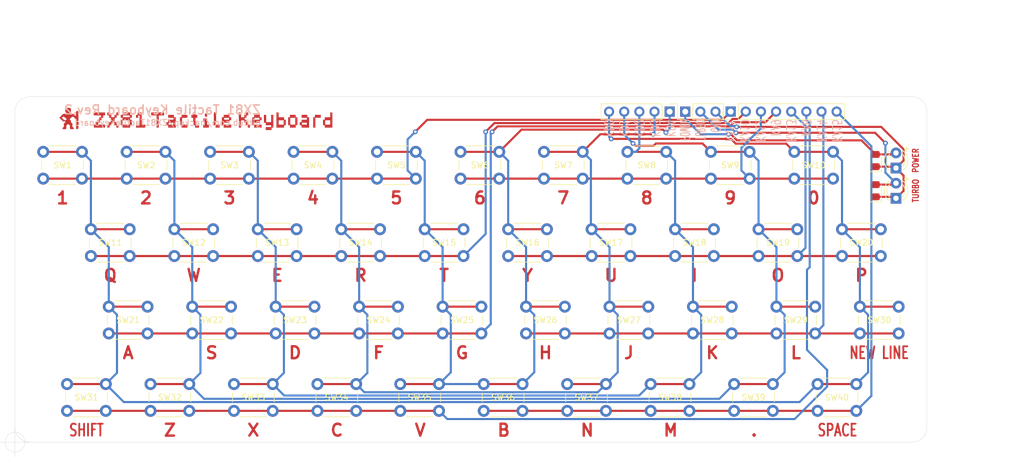
<source format=kicad_pcb>
(kicad_pcb (version 20221018) (generator pcbnew)
  (title_block (title "ZX81 Tactile Keyboard") (rev "2") (company "hackup.net") (comment 1 "Creative Commons Attribution-NonCommercial-ShareAlike 4.0 International License.") (comment 2 "This work is licensed under a"))
  (layers (0 "F.Cu" signal) (31 "B.Cu" signal) (34 "B.Paste" user) (35 "F.Paste" user) (36 "B.SilkS" user "B.Silkscreen") (37 "F.SilkS" user "F.Silkscreen") (38 "B.Mask" user) (39 "F.Mask" user) (44 "Edge.Cuts" user))
  (net 0 "")
  (net 1 "KD0")
  (net 2 "KA11")
  (net 3 "KD1")
  (net 4 "KD3")
  (net 5 "KD4")
  (net 6 "KA12")
  (net 7 "KA10")
  (net 8 "KA13")
  (net 9 "KA9")
  (net 10 "KA14")
  (net 11 "KA8")
  (net 12 "KA15")
  (net 13 "Net-(D1-Pad2)")
  (net 14 "Net-(D1-Pad1)")
  (net 15 "Net-(D2-Pad2)")
  (net 16 "KD2")
  (footprint "Button_Switch_THT:SW_PUSH_6mm_H4.3mm" (layer "F.Cu") (at 67 75)
    (fp_text reference "SW1")
    (fp_text value "1")
  )
  (footprint "Button_Switch_THT:SW_PUSH_6mm_H4.3mm" (layer "F.Cu") (at 95 75)
    (fp_text reference "SW3")
    (fp_text value "3")
  )
  (footprint "Button_Switch_THT:SW_PUSH_6mm_H4.3mm" (layer "F.Cu") (at 109 75)
    (fp_text reference "SW4")
    (fp_text value "4")
  )
  (footprint "Button_Switch_THT:SW_PUSH_6mm_H4.3mm" (layer "F.Cu") (at 137 75)
    (fp_text reference "SW6")
    (fp_text value "6")
  )
  (footprint "Button_Switch_THT:SW_PUSH_6mm_H4.3mm" (layer "F.Cu") (at 151 75)
    (fp_text reference "SW7")
    (fp_text value "7")
  )
  (footprint "Button_Switch_THT:SW_PUSH_6mm_H4.3mm" (layer "F.Cu") (at 165 75)
    (fp_text reference "SW8")
    (fp_text value "8")
  )
  (footprint "Button_Switch_THT:SW_PUSH_6mm_H4.3mm" (layer "F.Cu") (at 179 75)
    (fp_text reference "SW9")
    (fp_text value "9")
  )
  (footprint "Button_Switch_THT:SW_PUSH_6mm_H4.3mm" (layer "F.Cu") (at 193 75)
    (fp_text reference "SW10")
    (fp_text value "0")
  )
  (footprint "Button_Switch_THT:SW_PUSH_6mm_H4.3mm" (layer "F.Cu") (at 75 88)
    (fp_text reference "SW11")
    (fp_text value "Q")
  )
  (footprint "Button_Switch_THT:SW_PUSH_6mm_H4.3mm" (layer "F.Cu") (at 89 88)
    (fp_text reference "SW12")
    (fp_text value "W")
  )
  (footprint "Button_Switch_THT:SW_PUSH_6mm_H4.3mm" (layer "F.Cu") (at 103 88)
    (fp_text reference "SW13")
    (fp_text value "E")
  )
  (footprint "Button_Switch_THT:SW_PUSH_6mm_H4.3mm" (layer "F.Cu") (at 117 88)
    (fp_text reference "SW14")
    (fp_text value "R")
  )
  (footprint "Button_Switch_THT:SW_PUSH_6mm_H4.3mm" (layer "F.Cu") (at 131 88)
    (fp_text reference "SW15")
    (fp_text value "T")
  )
  (footprint "Button_Switch_THT:SW_PUSH_6mm_H4.3mm" (layer "F.Cu") (at 145 88)
    (fp_text reference "SW16")
    (fp_text value "Y")
  )
  (footprint "Button_Switch_THT:SW_PUSH_6mm_H4.3mm" (layer "F.Cu") (at 159 88)
    (fp_text reference "SW17")
    (fp_text value "U")
  )
  (footprint "Button_Switch_THT:SW_PUSH_6mm_H4.3mm" (layer "F.Cu") (at 173 88)
    (fp_text reference "SW18")
    (fp_text value "I")
  )
  (footprint "Button_Switch_THT:SW_PUSH_6mm_H4.3mm" (layer "F.Cu") (at 187 88)
    (fp_text reference "SW19")
    (fp_text value "O")
  )
  (footprint "Button_Switch_THT:SW_PUSH_6mm_H4.3mm" (layer "F.Cu") (at 201 88)
    (fp_text reference "SW20")
    (fp_text value "P")
  )
  (footprint "Button_Switch_THT:SW_PUSH_6mm_H4.3mm" (layer "F.Cu") (at 78 101)
    (fp_text reference "SW21")
    (fp_text value "A")
  )
  (footprint "Button_Switch_THT:SW_PUSH_6mm_H4.3mm" (layer "F.Cu") (at 92 101)
    (fp_text reference "SW22")
    (fp_text value "S")
  )
  (footprint "Button_Switch_THT:SW_PUSH_6mm_H4.3mm" (layer "F.Cu") (at 106 101)
    (fp_text reference "SW23")
    (fp_text value "D")
  )
  (footprint "Button_Switch_THT:SW_PUSH_6mm_H4.3mm" (layer "F.Cu") (at 120 101)
    (fp_text reference "SW24")
    (fp_text value "F")
  )
  (footprint "Button_Switch_THT:SW_PUSH_6mm_H4.3mm" (layer "F.Cu") (at 134 101)
    (fp_text reference "SW25")
    (fp_text value "G")
  )
  (footprint "Button_Switch_THT:SW_PUSH_6mm_H4.3mm" (layer "F.Cu") (at 148 101)
    (fp_text reference "SW26")
    (fp_text value "H")
  )
  (footprint "Button_Switch_THT:SW_PUSH_6mm_H4.3mm" (layer "F.Cu") (at 162 101)
    (fp_text reference "SW27")
    (fp_text value "J")
  )
  (footprint "Button_Switch_THT:SW_PUSH_6mm_H4.3mm" (layer "F.Cu") (at 190 101)
    (fp_text reference "SW29")
    (fp_text value "L")
  )
  (footprint "Button_Switch_THT:SW_PUSH_6mm_H4.3mm" (layer "F.Cu") (at 204 101)
    (fp_text reference "SW30")
    (fp_text value "NEW_LINE")
  )
  (footprint "Button_Switch_THT:SW_PUSH_6mm_H4.3mm" (layer "F.Cu") (at 71 114)
    (fp_text reference "SW31")
    (fp_text value "SHIFT")
  )
  (footprint "Button_Switch_THT:SW_PUSH_6mm_H4.3mm" (layer "F.Cu") (at 85 114)
    (fp_text reference "SW32")
    (fp_text value "Z")
  )
  (footprint "Button_Switch_THT:SW_PUSH_6mm_H4.3mm" (layer "F.Cu") (at 99 114)
    (fp_text reference "SW33")
    (fp_text value "X")
  )
  (footprint "Button_Switch_THT:SW_PUSH_6mm_H4.3mm" (layer "F.Cu") (at 113 114)
    (fp_text reference "SW34")
    (fp_text value "C")
  )
  (footprint "Button_Switch_THT:SW_PUSH_6mm_H4.3mm" (layer "F.Cu") (at 126.9 114)
    (fp_text reference "SW35")
    (fp_text value "V")
  )
  (footprint "Button_Switch_THT:SW_PUSH_6mm_H4.3mm" (layer "F.Cu") (at 140.9 114)
    (fp_text reference "SW36")
    (fp_text value "B")
  )
  (footprint "Button_Switch_THT:SW_PUSH_6mm_H4.3mm" (layer "F.Cu") (at 154.9 114)
    (fp_text reference "SW37")
    (fp_text value "N")
  )
  (footprint "Button_Switch_THT:SW_PUSH_6mm_H4.3mm" (layer "F.Cu") (at 168.9 114)
    (fp_text reference "SW38")
    (fp_text value "M")
  )
  (footprint "Button_Switch_THT:SW_PUSH_6mm_H4.3mm" (layer "F.Cu") (at 182.9 114)
    (fp_text reference "SW39")
    (fp_text value ".")
  )
  (footprint "Button_Switch_THT:SW_PUSH_6mm_H4.3mm" (layer "F.Cu") (at 196.9 114)
    (fp_text reference "SW40")
    (fp_text value "SPACE")
  )
  (footprint "Button_Switch_THT:SW_PUSH_6mm_H4.3mm" (layer "F.Cu") (at 81 75)
    (fp_text reference "SW2")
    (fp_text value "2")
  )
  (footprint "Button_Switch_THT:SW_PUSH_6mm_H4.3mm" (layer "F.Cu") (at 123 75)
    (fp_text reference "SW5")
    (fp_text value "5")
  )
  (footprint "Button_Switch_THT:SW_PUSH_6mm_H4.3mm" (layer "F.Cu") (at 176 101)
    (fp_text reference "SW28")
    (fp_text value "K")
  )
  (footprint "MountingHole:MountingHole_3.2mm_M3" (layer "F.Cu") (at 212 120.5)
    (fp_text reference "H2" hide)
    (fp_text value "MountingHole")
  )
  (footprint "MountingHole:MountingHole_3.2mm_M3" (layer "F.Cu") (at 212 69)
    (fp_text reference "H4" hide)
    (fp_text value "MountingHole")
  )
  (footprint "LED_THT:LED_D3.0mm" (layer "F.Cu") (at 210.058 82.804 90)
    (fp_text reference "D2" hide)
    (fp_text value "TURBO")
  )
  (footprint "Connector_PinHeader_2.54mm:PinHeader_1x05_P2.54mm_Vertical" (layer "F.Cu") (at 172.085 68.25 -90)
    (fp_text reference "J2" hide)
    (fp_text value "Conn_01x05")
  )
  (footprint "Connector_PinHeader_2.54mm:PinHeader_1x03_P2.54mm_Vertical" (layer "F.Cu") (at 174.7 68.25 90)
    (fp_text reference "J3" hide)
    (fp_text value "Conn_01x03")
  )
  (footprint "Connector_PinHeader_2.54mm:PinHeader_1x08_P2.54mm_Vertical" (layer "F.Cu") (at 182.32 68.24 90)
    (fp_text reference "J4" hide)
    (fp_text value "Conn_01x08")
  )
  (footprint "LED_SMD:LED_0805_2012Metric_Pad1.15x1.40mm_HandSolder" (layer "F.Cu") (at 206.629 76.463 90)
    (fp_text reference "D3" hide)
    (fp_text value "POWER2")
  )
  (footprint "LED_SMD:LED_0805_2012Metric_Pad1.15x1.40mm_HandSolder" (layer "F.Cu") (at 206.629 81.534 90)
    (fp_text reference "D4" hide)
    (fp_text value "TURBO2")
  )
  (footprint "LED_THT:LED_D3.0mm" (layer "F.Cu") (at 210.058 77.724 90)
    (fp_text reference "D1" hide)
    (fp_text value "POWER")
  )
  (footprint "Logo:bigby2-cu" (layer "F.Cu") (at 71.374 69.342)
    (fp_text reference "G***" hide)
    (fp_text value "LOGO" hide)
  )
  (footprint "zx81keyboard:title" (layer "F.Cu") (at 95.504 69.85)
    (fp_text reference "G***" hide)
    (fp_text value "LOGO" hide)
  )
  (footprint "MountingHole:MountingHole_3.2mm_M3" (layer "F.Cu") (at 65.5 120.5)
    (fp_text reference "H1" hide)
    (fp_text value "MountingHole")
  )
  (footprint "MountingHole:MountingHole_3.2mm_M3" (layer "F.Cu") (at 65.5 69)
    (fp_text reference "H3" hide)
    (fp_text value "MountingHole")
  )
  (gr_arc (start 215.25 121.25) (mid 214.517767 123.017767) (end 212.75 123.75) (stroke (width 0.05)) (layer "Edge.Cuts"))
  (gr_line (start 64.75 65.75) (end 212.75 65.75) (stroke (width 0.05)) (layer "Edge.Cuts"))
  (gr_line (start 215.25 121.25) (end 215.25 68.25) (stroke (width 0.05)) (layer "Edge.Cuts"))
  (gr_arc (start 64.75 123.75) (mid 62.982233 123.017767) (end 62.25 121.25) (stroke (width 0.05)) (layer "Edge.Cuts"))
  (gr_line (start 64.75 123.75) (end 212.75 123.75) (stroke (width 0.05)) (layer "Edge.Cuts"))
  (gr_arc (start 212.75 65.75) (mid 214.517767 66.482233) (end 215.25 68.25) (stroke (width 0.05)) (layer "Edge.Cuts"))
  (gr_arc (start 62.25 68.25) (mid 62.982233 66.482233) (end 64.75 65.75) (stroke (width 0.05)) (layer "Edge.Cuts"))
  (gr_line (start 62.25 121.25) (end 62.25 68.25) (stroke (width 0.05)) (layer "Edge.Cuts"))
  (gr_text "4" (at 112.25 82.75) (layer "F.Cu") (effects (font (size 2 2) (thickness 0.4))))
  (gr_text "2" (at 84.25 82.75) (layer "F.Cu") (effects (font (size 2 2) (thickness 0.4))))
  (gr_text "3" (at 98.25 82.75) (layer "F.Cu") (effects (font (size 2 2) (thickness 0.4))))
  (gr_text "1" (at 70.25 82.75) (layer "F.Cu") (effects (font (size 2 2) (thickness 0.4))))
  (gr_text "5" (at 126.25 82.75) (layer "F.Cu") (effects (font (size 2 2) (thickness 0.4))))
  (gr_text "6" (at 140.25 82.75) (layer "F.Cu") (effects (font (size 2 2) (thickness 0.4))))
  (gr_text "7" (at 154.25 82.75) (layer "F.Cu") (effects (font (size 2 2) (thickness 0.4))))
  (gr_text "8" (at 168.25 82.75) (layer "F.Cu") (effects (font (size 2 2) (thickness 0.4))))
  (gr_text "9" (at 182.25 82.75) (layer "F.Cu") (effects (font (size 2 2) (thickness 0.4))))
  (gr_text "0" (at 196.25 82.75) (layer "F.Cu") (effects (font (size 2 2) (thickness 0.4))))
  (gr_text "Q" (at 78.25 95.75) (layer "F.Cu") (effects (font (size 2 2) (thickness 0.4))))
  (gr_text "W" (at 92.25 95.75) (layer "F.Cu") (effects (font (size 2 2) (thickness 0.4))))
  (gr_text "E" (at 106.25 95.75) (layer "F.Cu") (effects (font (size 2 2) (thickness 0.4))))
  (gr_text "D" (at 109.25 108.75) (layer "F.Cu") (effects (font (size 2 2) (thickness 0.4))))
  (gr_text "R" (at 120.25 95.75) (layer "F.Cu") (effects (font (size 2 2) (thickness 0.4))))
  (gr_text "Y" (at 148.25 95.75) (layer "F.Cu") (effects (font (size 2 2) (thickness 0.4))))
  (gr_text "U" (at 162.25 95.75) (layer "F.Cu") (effects (font (size 2 2) (thickness 0.4))))
  (gr_text "I" (at 176.25 95.75) (layer "F.Cu") (effects (font (size 2 2) (thickness 0.4))))
  (gr_text "O" (at 190.25 95.75) (layer "F.Cu") (effects (font (size 2 2) (thickness 0.4))))
  (gr_text "P" (at 204.25 95.75) (layer "F.Cu") (effects (font (size 2 2) (thickness 0.4))))
  (gr_text "S" (at 95.25 108.75) (layer "F.Cu") (effects (font (size 2 2) (thickness 0.4))))
  (gr_text "A" (at 81.25 108.75) (layer "F.Cu") (effects (font (size 2 2) (thickness 0.4))))
  (gr_text "F" (at 123.25 108.75) (layer "F.Cu") (effects (font (size 2 2) (thickness 0.4))))
  (gr_text "G" (at 137.25 108.75) (layer "F.Cu") (effects (font (size 2 2) (thickness 0.4))))
  (gr_text "H" (at 151.25 108.75) (layer "F.Cu") (effects (font (size 2 2) (thickness 0.4))))
  (gr_text "J" (at 165.25 108.75) (layer "F.Cu") (effects (font (size 2 2) (thickness 0.4))))
  (gr_text "K" (at 179.25 108.75) (layer "F.Cu") (effects (font (size 2 2) (thickness 0.4))))
  (gr_text "L" (at 193.25 108.75) (layer "F.Cu") (effects (font (size 2 2) (thickness 0.4))))
  (gr_text "NEW LINE" (at 207.25 108.75) (layer "F.Cu") (effects (font (size 2 1.4) (thickness 0.3))))
  (gr_text "Z" (at 88.25 121.75) (layer "F.Cu") (effects (font (size 2 2) (thickness 0.4))))
  (gr_text "SHIFT" (at 74.25 121.75) (layer "F.Cu") (effects (font (size 2 1.4) (thickness 0.3))))
  (gr_text "X" (at 102.25 121.75) (layer "F.Cu") (effects (font (size 2 2) (thickness 0.4))))
  (gr_text "C" (at 116.25 121.75) (layer "F.Cu") (effects (font (size 2 2) (thickness 0.4))))
  (gr_text "V" (at 130.25 121.75) (layer "F.Cu") (effects (font (size 2 2) (thickness 0.4))))
  (gr_text "B" (at 144.25 121.75) (layer "F.Cu") (effects (font (size 2 2) (thickness 0.4))))
  (gr_text "N" (at 158.25 121.75) (layer "F.Cu") (effects (font (size 2 2) (thickness 0.4))))
  (gr_text "M" (at 172.25 121.75) (layer "F.Cu") (effects (font (size 2 2) (thickness 0.4))))
  (gr_text "." (at 186.25 121.75) (layer "F.Cu") (effects (font (size 2 2) (thickness 0.4))))
  (gr_text "SPACE" (at 200.25 121.75) (layer "F.Cu") (effects (font (size 2 1.4) (thickness 0.3))))
  (gr_text "T" (at 134.25 95.75) (layer "F.Cu") (effects (font (size 2 2) (thickness 0.4))))
  (gr_text "TURBO" (at 213.36 81.534 90) (layer "F.Cu") (effects (font (size 1 0.8) (thickness 0.18))))
  (gr_text "POWER" (at 213.36 76.454 90) (layer "F.Cu") (effects (font (size 1 0.8) (thickness 0.18))))
  (gr_text "KA15\nKA14\nKA8\nKA13\nKA9\nKA12\nKA10\nKA11" (at 191.135 69.469 -90) (layer "B.SilkS") (effects (font (size 1.595 1)) (justify right mirror)))
  (gr_text "GND\nTURBO\nPOWER" (at 177.165 69.469 -90) (layer "B.SilkS") (effects (font (size 1.595 0.7)) (justify right mirror)))
  (gr_text "github.com/hackup/ZX81TactileKeyboard" (at 87.884 70.104) (layer "B.SilkS") (effects (font (size 1 1)) (justify mirror)))
  (gr_text "KD4\nKD3\nKD2\nKD1\nKD0" (at 167.005 69.469 -90) (layer "B.SilkS") (effects (font (size 1.595 1)) (justify right mirror)))
  (gr_text "ZX81 Tactile Keyboard Rev.2" (at 86.995 67.945) (layer "B.SilkS") (effects (font (size 1.5 1.5) (thickness 0.25)) (justify mirror)))
  (gr_text "+" (at 211.836 79.502) (layer "F.SilkS") (effects (font (size 1 1))))
  (gr_text "+" (at 211.836 74.422) (layer "F.SilkS") (effects (font (size 1 1))))
  (target plus (at 62.25 123.75) (size 5) (width 0.05) (layer "Edge.Cuts"))
  (segment (start 182.364975 72.8218) (end 183.168174 73.624999) (width 0.35) (layer "F.Cu") (net 1))
  (segment (start 75 88) (end 81.5 88) (width 0.35) (layer "F.Cu") (net 1))
  (segment (start 71 114) (end 77.5 114) (width 0.35) (layer "F.Cu") (net 1))
  (segment (start 78 101) (end 84.5 101) (width 0.35) (layer "F.Cu") (net 1))
  (segment (start 191.624999 73.624999) (end 193 75) (width 0.35) (layer "F.Cu") (net 1))
  (segment (start 204 101) (end 210.5 101) (width 0.35) (layer "F.Cu") (net 1))
  (segment (start 162.2806 72.8218) (end 182.364975 72.8218) (width 0.35) (layer "F.Cu") (net 1))
  (segment (start 67 75) (end 73.5 75) (width 0.35) (layer "F.Cu") (net 1))
  (segment (start 207.5 88) (end 201 88) (width 0.35) (layer "F.Cu") (net 1))
  (segment (start 196.9 114) (end 203.4 114) (width 0.35) (layer "F.Cu") (net 1))
  (segment (start 199.5 75) (end 193 75) (width 0.35) (layer "F.Cu") (net 1))
  (segment (start 183.168174 73.624999) (end 191.624999 73.624999) (width 0.35) (layer "F.Cu") (net 1))
  (via (at 162.2806 72.8218) (size 0.8) (drill 0.4) (layers "F.Cu" "B.Cu") (net 1))
  (segment (start 193.874968 117.025032) (end 196.9 114) (width 0.35) (layer "B.Cu") (net 1))
  (segment (start 73.5 75) (end 75 76.5) (width 0.35) (layer "B.Cu") (net 1))
  (segment (start 77.5 114) (end 80.525032 117.025032) (width 0.35) (layer "B.Cu") (net 1))
  (segment (start 75 76.5) (end 75 88) (width 0.35) (layer "B.Cu") (net 1))
  (segment (start 161.925 72.4662) (end 162.2806 72.8218) (width 0.35) (layer "B.Cu") (net 1))
  (segment (start 204 91) (end 204 101) (width 0.35) (layer "B.Cu") (net 1))
  (segment (start 80.525032 117.025032) (end 193.874968 117.025032) (width 0.35) (layer "B.Cu") (net 1))
  (segment (start 78 101) (end 79.375001 102.375001) (width 0.35) (layer "B.Cu") (net 1))
  (segment (start 79.375001 102.375001) (end 79.375001 112.124999) (width 0.35) (layer "B.Cu") (net 1))
  (segment (start 161.925 68.25) (end 161.925 72.4662) (width 0.35) (layer "B.Cu") (net 1))
  (segment (start 201 88) (end 204 91) (width 0.35) (layer "B.Cu") (net 1))
  (segment (start 79.375001 112.124999) (end 77.5 114) (width 0.35) (layer "B.Cu") (net 1))
  (segment (start 204 101) (end 205.375001 102.375001) (width 0.35) (layer "B.Cu") (net 1))
  (segment (start 78 91) (end 78 101) (width 0.35) (layer "B.Cu") (net 1))
  (segment (start 205.375001 102.375001) (end 205.375001 112.024999) (width 0.35) (layer "B.Cu") (net 1))
  (segment (start 205.375001 112.024999) (end 203.4 114) (width 0.35) (layer "B.Cu") (net 1))
  (segment (start 201 76.5) (end 201 88) (width 0.35) (layer "B.Cu") (net 1))
  (segment (start 199.5 75) (end 201 76.5) (width 0.35) (layer "B.Cu") (net 1))
  (segment (start 75 88) (end 78 91) (width 0.35) (layer "B.Cu") (net 1))
  (segment (start 131.419245 69.621755) (end 129.413 71.628) (width 0.35) (layer "F.Cu") (net 2))
  (segment (start 182.32 68.24) (end 180.938245 69.621755) (width 0.35) (layer "F.Cu") (net 2))
  (segment (start 67 79.5) (end 129.5 79.5) (width 0.35) (layer "F.Cu") (net 2))
  (segment (start 180.938245 69.621755) (end 131.419245 69.621755) (width 0.35) (layer "F.Cu") (net 2))
  (via (at 129.413 71.628) (size 0.8) (drill 0.4) (layers "F.Cu" "B.Cu") (net 2))
  (segment (start 129.413 71.628) (end 128.124999 72.916001) (width 0.35) (layer "B.Cu") (net 2))
  (segment (start 128.124999 78.124999) (end 129.5 79.5) (width 0.35) (layer "B.Cu") (net 2))
  (segment (start 128.124999 72.916001) (end 128.124999 78.124999) (width 0.35) (layer "B.Cu") (net 2))
  (segment (start 169.376423 73.996809) (end 166.345273 73.996809) (width 0.35) (layer "F.Cu") (net 3))
  (segment (start 169.772822 73.60041) (end 169.376423 73.996809) (width 0.35) (layer "F.Cu") (net 3))
  (segment (start 166.345273 73.996809) (end 165.945274 73.59681) (width 0.35) (layer "F.Cu") (net 3))
  (segment (start 182.9 114) (end 189.4 114) (width 0.35) (layer "F.Cu") (net 3))
  (segment (start 185.5 75) (end 179 75) (width 0.35) (layer "F.Cu") (net 3))
  (segment (start 85 114) (end 91.5 114) (width 0.35) (layer "F.Cu") (net 3))
  (segment (start 190 101) (end 196.5 101) (width 0.35) (layer "F.Cu") (net 3))
  (segment (start 177.60041 73.60041) (end 169.772822 73.60041) (width 0.35) (layer "F.Cu") (net 3))
  (segment (start 92 101) (end 98.5 101) (width 0.35) (layer "F.Cu") (net 3))
  (segment (start 87.5 75) (end 81 75) (width 0.35) (layer "F.Cu") (net 3))
  (segment (start 179 75) (end 177.60041 73.60041) (width 0.35) (layer "F.Cu") (net 3))
  (segment (start 187 88) (end 193.5 88) (width 0.35) (layer "F.Cu") (net 3))
  (segment (start 89 88) (end 95.5 88) (width 0.35) (layer "F.Cu") (net 3))
  (via (at 165.945274 73.59681) (size 0.8) (drill 0.4) (layers "F.Cu" "B.Cu") (net 3))
  (segment (start 87.5 75) (end 89 76.5) (width 0.35) (layer "B.Cu") (net 3))
  (segment (start 93.975022 116.475022) (end 180.424978 116.475022) (width 0.35) (layer "B.Cu") (net 3))
  (segment (start 190 91) (end 190 101) (width 0.35) (layer "B.Cu") (net 3))
  (segment (start 93.375001 112.124999) (end 91.5 114) (width 0.35) (layer "B.Cu") (net 3))
  (segment (start 92 101) (end 93.375001 102.375001) (width 0.35) (layer "B.Cu") (net 3))
  (segment (start 190 101) (end 191.375001 102.375001) (width 0.35) (layer "B.Cu") (net 3))
  (segment (start 187 76.5) (end 187 88) (width 0.35) (layer "B.Cu") (net 3))
  (segment (start 164.465 72.116536) (end 165.945274 73.59681) (width 0.35) (layer "B.Cu") (net 3))
  (segment (start 92 91) (end 92 101) (width 0.35) (layer "B.Cu") (net 3))
  (segment (start 89 88) (end 92 91) (width 0.35) (layer "B.Cu") (net 3))
  (segment (start 191.375001 112.024999) (end 189.4 114) (width 0.35) (layer "B.Cu") (net 3))
  (segment (start 164.465 68.25) (end 164.465 72.116536) (width 0.35) (layer "B.Cu") (net 3))
  (segment (start 89 76.5) (end 89 88) (width 0.35) (layer "B.Cu") (net 3))
  (segment (start 187 88) (end 190 91) (width 0.35) (layer "B.Cu") (net 3))
  (segment (start 91.5 114) (end 93.975022 116.475022) (width 0.35) (layer "B.Cu") (net 3))
  (segment (start 185.5 75) (end 187 76.5) (width 0.35) (layer "B.Cu") (net 3))
  (segment (start 93.375001 102.375001) (end 93.375001 112.124999) (width 0.35) (layer "B.Cu") (net 3))
  (segment (start 191.375001 102.375001) (end 191.375001 112.024999) (width 0.35) (layer "B.Cu") (net 3))
  (segment (start 180.424978 116.475022) (end 182.9 114) (width 0.35) (layer "B.Cu") (net 3))
  (segment (start 159 88) (end 165.5 88) (width 0.35) (layer "F.Cu") (net 4))
  (segment (start 160.45321 72.04679) (end 169.316452 72.04679) (width 0.35) (layer "F.Cu") (net 4))
  (segment (start 115.5 75) (end 109 75) (width 0.35) (layer "F.Cu") (net 4))
  (segment (start 162 101) (end 168.5 101) (width 0.35) (layer "F.Cu") (net 4))
  (segment (start 117 88) (end 123.5 88) (width 0.35) (layer "F.Cu") (net 4))
  (segment (start 151 75) (end 157.5 75) (width 0.35) (layer "F.Cu") (net 4))
  (segment (start 154.9 114) (end 161.4 114) (width 0.35) (layer "F.Cu") (net 4))
  (segment (start 113 114) (end 119.5 114) (width 0.35) (layer "F.Cu") (net 4))
  (segment (start 157.5 75) (end 160.45321 72.04679) (width 0.35) (layer "F.Cu") (net 4))
  (segment (start 120 101) (end 126.5 101) (width 0.35) (layer "F.Cu") (net 4))
  (via (at 169.316452 72.04679) (size 0.8) (drill 0.4) (layers "F.Cu" "B.Cu") (net 4))
  (segment (start 120 91) (end 120 101) (width 0.35) (layer "B.Cu") (net 4))
  (segment (start 163.375001 112.024999) (end 161.4 114) (width 0.35) (layer "B.Cu") (net 4))
  (segment (start 115.5 75) (end 117 76.5) (width 0.35) (layer "B.Cu") (net 4))
  (segment (start 169.545 71.818242) (end 169.316452 72.04679) (width 0.35) (layer "B.Cu") (net 4))
  (segment (start 158.875001 76.375001) (end 158.875001 87.875001) (width 0.35) (layer "B.Cu") (net 4))
  (segment (start 162 101) (end 163.375001 102.375001) (width 0.35) (layer "B.Cu") (net 4))
  (segment (start 117 88) (end 120 91) (width 0.35) (layer "B.Cu") (net 4))
  (segment (start 121.375001 112.124999) (end 119.5 114) (width 0.35) (layer "B.Cu") (net 4))
  (segment (start 169.545 68.25) (end 169.545 71.818242) (width 0.35) (layer "B.Cu") (net 4))
  (segment (start 120 101) (end 121.375001 102.375001) (width 0.35) (layer "B.Cu") (net 4))
  (segment (start 163.375001 102.375001) (end 163.375001 112.024999) (width 0.35) (layer "B.Cu") (net 4))
  (segment (start 158.875001 87.875001) (end 159 88) (width 0.35) (layer "B.Cu") (net 4))
  (segment (start 157.5 75) (end 158.875001 76.375001) (width 0.35) (layer "B.Cu") (net 4))
  (segment (start 117 76.5) (end 117 88) (width 0.35) (layer "B.Cu") (net 4))
  (segment (start 121.375001 102.375001) (end 121.375001 112.124999) (width 0.35) (layer "B.Cu") (net 4))
  (segment (start 120.875001 115.375001) (end 160.024999 115.375001) (width 0.35) (layer "B.Cu") (net 4))
  (segment (start 162 91) (end 162 101) (width 0.35) (layer "B.Cu") (net 4))
  (segment (start 159 88) (end 162 91) (width 0.35) (layer "B.Cu") (net 4))
  (segment (start 119.5 114) (end 120.875001 115.375001) (width 0.35) (layer "B.Cu") (net 4))
  (segment (start 160.024999 115.375001) (end 161.4 114) (width 0.35) (layer "B.Cu") (net 4))
  (segment (start 134 101) (end 140.5 101) (width 0.35) (layer "F.Cu") (net 5))
  (segment (start 147.228212 71.271788) (end 143.5 75) (width 0.35) (layer "F.Cu") (net 5))
  (segment (start 140.9 114) (end 147.4 114) (width 0.35) (layer "F.Cu") (net 5))
  (segment (start 171.45 71.755) (end 170.966788 71.271788) (width 0.35) (layer "F.Cu") (net 5))
  (segment (start 145 88) (end 151.5 88) (width 0.35) (layer "F.Cu") (net 5))
  (segment (start 143.5 75) (end 137 75) (width 0.35) (layer "F.Cu") (net 5))
  (segment (start 129.5 75) (end 123 75) (width 0.35) (layer "F.Cu") (net 5))
  (segment (start 170.966788 71.271788) (end 147.228212 71.271788) (width 0.35) (layer "F.Cu") (net 5))
  (segment (start 148 101) (end 154.5 101) (width 0.35) (layer "F.Cu") (net 5))
  (segment (start 131 88) (end 137.5 88) (width 0.35) (layer "F.Cu") (net 5))
  (segment (start 126.9 114) (end 133.4 114) (width 0.35) (layer "F.Cu") (net 5))
  (via (at 171.45 71.755) (size 0.8) (drill 0.4) (layers "F.Cu" "B.Cu") (net 5))
  (segment (start 149.375001 102.375001) (end 149.375001 112.024999) (width 0.35) (layer "B.Cu") (net 5))
  (segment (start 143.5 75) (end 145 76.5) (width 0.35) (layer "B.Cu") (net 5))
  (segment (start 149.375001 112.024999) (end 147.4 114) (width 0.35) (layer "B.Cu") (net 5))
  (segment (start 129.5 75) (end 131 76.5) (width 0.35) (layer "B.Cu") (net 5))
  (segment (start 134 91) (end 134 101) (width 0.35) (layer "B.Cu") (net 5))
  (segment (start 172.085 68.25) (end 172.085 71.12) (width 0.35) (layer "B.Cu") (net 5))
  (segment (start 172.085 71.12) (end 171.45 71.755) (width 0.35) (layer "B.Cu") (net 5))
  (segment (start 133.4 114) (end 140.9 114) (width 0.35) (layer "B.Cu") (net 5))
  (segment (start 135.375001 102.375001) (end 135.375001 112.024999) (width 0.35) (layer "B.Cu") (net 5))
  (segment (start 131 88) (end 134 91) (width 0.35) (layer "B.Cu") (net 5))
  (segment (start 145 76.5) (end 145 88) (width 0.35) (layer "B.Cu") (net 5))
  (segment (start 148 91) (end 148 101) (width 0.35) (layer "B.Cu") (net 5))
  (segment (start 145 88) (end 148 91) (width 0.35) (layer "B.Cu") (net 5))
  (segment (start 134 101) (end 135.375001 102.375001) (width 0.35) (layer "B.Cu") (net 5))
  (segment (start 135.375001 112.024999) (end 133.4 114) (width 0.35) (layer "B.Cu") (net 5))
  (segment (start 148 101) (end 149.375001 102.375001) (width 0.35) (layer "B.Cu") (net 5))
  (segment (start 131 76.5) (end 131 88) (width 0.35) (layer "B.Cu") (net 5))
  (segment (start 137 79.5) (end 199.5 79.5) (width 0.35) (layer "F.Cu") (net 6))
  (segment (start 187.4 68.24) (end 187.4 71.045) (width 0.35) (layer "B.Cu") (net 6))
  (segment (start 184.124999 74.320001) (end 184.124999 78.124999) (width 0.35) (layer "B.Cu") (net 6))
  (segment (start 187.4 71.045) (end 184.124999 74.320001) (width 0.35) (layer "B.Cu") (net 6))
  (segment (start 184.124999 78.124999) (end 185.5 79.5) (width 0.35) (layer "B.Cu") (net 6))
  (segment (start 182.636271 69.47739) (end 181.941895 70.171766) (width 0.35) (layer "F.Cu") (net 7))
  (segment (start 183.62261 69.47739) (end 182.636271 69.47739) (width 0.35) (layer "F.Cu") (net 7))
  (segment (start 184.86 68.24) (end 183.62261 69.47739) (width 0.35) (layer "F.Cu") (net 7))
  (segment (start 137.5 92.5) (end 75 92.5) (width 0.35) (layer "F.Cu") (net 7))
  (segment (start 181.941895 70.171766) (end 142.680234 70.171766) (width 0.35) (layer "F.Cu") (net 7))
  (segment (start 142.680234 70.171766) (end 141.224 71.628) (width 0.35) (layer "F.Cu") (net 7))
  (via (at 141.224 71.628) (size 0.8) (drill 0.4) (layers "F.Cu" "B.Cu") (net 7))
  (segment (start 141.224 71.628) (end 141.224 88.776) (width 0.35) (layer "B.Cu") (net 7))
  (segment (start 141.224 88.776) (end 137.5 92.5) (width 0.35) (layer "B.Cu") (net 7))
  (segment (start 145 92.5) (end 207.5 92.5) (width 0.35) (layer "F.Cu") (net 8))
  (segment (start 192.48 68.24) (end 194.875001 70.635001) (width 0.35) (layer "B.Cu") (net 8))
  (segment (start 194.875001 91.124999) (end 193.5 92.5) (width 0.35) (layer "B.Cu") (net 8))
  (segment (start 194.875001 70.635001) (end 194.875001 91.124999) (width 0.35) (layer "B.Cu") (net 8))
  (segment (start 140.5 105.5) (end 78 105.5) (width 0.35) (layer "F.Cu") (net 9))
  (segment (start 182.169717 70.721777) (end 143.226253 70.721777) (width 0.35) (layer "F.Cu") (net 9))
  (segment (start 182.864093 70.027401) (end 182.169717 70.721777) (width 0.35) (layer "F.Cu") (net 9))
  (segment (start 143.226253 70.721777) (end 142.301094 71.646936) (width 0.35) (layer "F.Cu") (net 9))
  (segment (start 189.94 68.24) (end 188.152599 70.027401) (width 0.35) (layer "F.Cu") (net 9))
  (segment (start 188.152599 70.027401) (end 182.864093 70.027401) (width 0.35) (layer "F.Cu") (net 9))
  (via (at 142.301094 71.646936) (size 0.8) (drill 0.4) (layers "F.Cu" "B.Cu") (net 9))
  (segment (start 142.076262 103.923738) (end 142.076262 71.871768) (width 0.35) (layer "B.Cu") (net 9))
  (segment (start 140.5 105.5) (end 142.076262 103.923738) (width 0.35) (layer "B.Cu") (net 9))
  (segment (start 142.076262 71.871768) (end 142.301094 71.646936) (width 0.35) (layer "B.Cu") (net 9))
  (segment (start 210.5 105.5) (end 148 105.5) (width 0.35) (layer "F.Cu") (net 10))
  (segment (start 197.875001 104.124999) (end 196.5 105.5) (width 0.35) (layer "B.Cu") (net 10))
  (segment (start 197.875001 68.555001) (end 197.875001 104.124999) (width 0.35) (layer "B.Cu") (net 10))
  (segment (start 197.56 68.24) (end 197.875001 68.555001) (width 0.35) (layer "B.Cu") (net 10))
  (segment (start 71 118.5) (end 133.4 118.5) (width 0.35) (layer "F.Cu") (net 11))
  (segment (start 133.4 118.5) (end 134.775001 119.875001) (width 0.35) (layer "B.Cu") (net 11))
  (segment (start 195.58 70.231) (end 195.58 94.361) (width 0.35) (layer "B.Cu") (net 11))
  (segment (start 195.124999 94.816001) (end 195.124999 108.256999) (width 0.35) (layer "B.Cu") (net 11))
  (segment (start 134.775001 119.875001) (end 193.060001 119.875001) (width 0.35) (layer "B.Cu") (net 11))
  (segment (start 193.060001 119.875001) (end 198.501 114.434002) (width 0.35) (layer "B.Cu") (net 11))
  (segment (start 195.02 69.671) (end 195.58 70.231) (width 0.35) (layer "B.Cu") (net 11))
  (segment (start 195.124999 108.256999) (end 198.501 111.633) (width 0.35) (layer "B.Cu") (net 11))
  (segment (start 198.501 111.633) (end 198.501 114.434002) (width 0.35) (layer "B.Cu") (net 11))
  (segment (start 195.02 68.24) (end 195.02 69.671) (width 0.35) (layer "B.Cu") (net 11))
  (segment (start 195.58 94.361) (end 195.124999 94.816001) (width 0.35) (layer "B.Cu") (net 11))
  (segment (start 203.4 118.5) (end 140.9 118.5) (width 0.35) (layer "F.Cu") (net 12))
  (segment (start 200.1 68.24) (end 205.925012 74.065012) (width 0.35) (layer "B.Cu") (net 12))
  (segment (start 205.925012 74.065012) (end 205.925012 115.974988) (width 0.35) (layer "B.Cu") (net 12))
  (segment (start 205.925012 115.974988) (end 203.4 118.5) (width 0.35) (layer "B.Cu") (net 12))
  (segment (start 209.804 75.438) (end 210.058 75.184) (width 0.35) (layer "F.Cu") (net 13))
  (segment (start 204.265988 73.074988) (end 183.395995 73.074988) (width 0.35) (layer "F.Cu") (net 13))
  (segment (start 182.367799 72.046792) (end 181.967725 72.046792) (width 0.35) (layer "F.Cu") (net 13))
  (segment (start 183.395995 73.074988) (end 182.367799 72.046792) (width 0.35) (layer "F.Cu") (net 13))
  (segment (start 206.629 75.438) (end 204.265988 73.074988) (width 0.35) (layer "F.Cu") (net 13))
  (segment (start 206.629 75.438) (end 209.804 75.438) (width 0.35) (layer "F.Cu") (net 13))
  (via (at 181.967725 72.046792) (size 0.8) (drill 0.4) (layers "F.Cu" "B.Cu") (net 13))
  (segment (start 174.7 69.45) (end 177.296792 72.046792) (width 0.35) (layer "B.Cu") (net 13))
  (segment (start 177.296792 72.046792) (end 181.967725 72.046792) (width 0.35) (layer "B.Cu") (net 13))
  (segment (start 174.7 68.25) (end 174.7 69.45) (width 0.35) (layer "B.Cu") (net 13))
  (segment (start 210.058 77.724) (end 211.333001 76.448999) (width 0.35) (layer "F.Cu") (net 14))
  (segment (start 211.333001 74.571999) (end 207.563404 70.802402) (width 0.35) (layer "F.Cu") (net 14))
  (segment (start 209.822 77.488) (end 210.058 77.724) (width 0.35) (layer "F.Cu") (net 14))
  (segment (start 211.333001 76.448999) (end 211.333001 74.571999) (width 0.35) (layer "F.Cu") (net 14))
  (segment (start 206.629 82.559) (end 209.813 82.559) (width 0.35) (layer "F.Cu") (net 14))
  (segment (start 211.333001 81.528999) (end 210.058 82.804) (width 0.35) (layer "F.Cu") (net 14))
  (segment (start 211.333001 78.999001) (end 211.333001 81.528999) (width 0.35) (layer "F.Cu") (net 14))
  (segment (start 207.563404 70.802402) (end 183.324164 70.802402) (width 0.35) (layer "F.Cu") (net 14))
  (segment (start 206.629 77.488) (end 209.822 77.488) (width 0.35) (layer "F.Cu") (net 14))
  (segment (start 210.058 77.724) (end 211.333001 78.999001) (width 0.35) (layer "F.Cu") (net 14))
  (segment (start 209.813 82.559) (end 210.058 82.804) (width 0.35) (layer "F.Cu") (net 14))
  (via (at 183.324164 70.802402) (size 0.8) (drill 0.4) (layers "F.Cu" "B.Cu") (net 14))
  (segment (start 182.190202 70.660202) (end 183.181964 70.660202) (width 0.35) (layer "B.Cu") (net 14))
  (segment (start 183.181964 70.660202) (end 183.324164 70.802402) (width 0.35) (layer "B.Cu") (net 14))
  (segment (start 179.78 68.25) (end 182.190202 70.660202) (width 0.35) (layer "B.Cu") (net 14))
  (segment (start 206.629 80.509) (end 209.813 80.509) (width 0.35) (layer "F.Cu") (net 15))
  (segment (start 209.813 80.509) (end 210.058 80.264) (width 0.35) (layer "F.Cu") (net 15))
  (segment (start 208.28 73.533) (end 206.543248 71.796248) (width 0.35) (layer "F.Cu") (net 15))
  (segment (start 206.543248 71.796248) (end 183.213287 71.796248) (width 0.35) (layer "F.Cu") (net 15))
  (via (at 183.213287 71.796248) (size 0.8) (drill 0.4) (layers "F.Cu" "B.Cu") (net 15))
  (via (at 208.28 73.533) (size 0.8) (drill 0.4) (layers "F.Cu" "B.Cu") (net 15))
  (segment (start 208.28 78.486) (end 210.058 80.264) (width 0.35) (layer "B.Cu") (net 15))
  (segment (start 177.24 68.25) (end 180.26179 71.27179) (width 0.35) (layer "B.Cu") (net 15))
  (segment (start 182.688829 71.27179) (end 183.213287 71.796248) (width 0.35) (layer "B.Cu") (net 15))
  (segment (start 180.26179 71.27179) (end 182.688829 71.27179) (width 0.35) (layer "B.Cu") (net 15))
  (segment (start 208.28 73.533) (end 208.28 78.486) (width 0.35) (layer "B.Cu") (net 15))
  (segment (start 103 88) (end 109.5 88) (width 0.35) (layer "F.Cu") (net 16))
  (segment (start 171.5 75) (end 165 75) (width 0.35) (layer "F.Cu") (net 16))
  (segment (start 176 101) (end 182.5 101) (width 0.35) (layer "F.Cu") (net 16))
  (segment (start 101.5 75) (end 95 75) (width 0.35) (layer "F.Cu") (net 16))
  (segment (start 168.9 114) (end 175.4 114) (width 0.35) (layer "F.Cu") (net 16))
  (segment (start 99 114) (end 105.5 114) (width 0.35) (layer "F.Cu") (net 16))
  (segment (start 106 101) (end 112.5 101) (width 0.35) (layer "F.Cu") (net 16))
  (segment (start 173 88) (end 179.5 88) (width 0.35) (layer "F.Cu") (net 16))
  (segment (start 177.375001 112.024999) (end 175.4 114) (width 0.35) (layer "B.Cu") (net 16))
  (segment (start 166.414213 75) (end 165 75) (width 0.35) (layer "B.Cu") (net 16))
  (segment (start 107.375001 102.375001) (end 107.375001 112.124999) (width 0.35) (layer "B.Cu") (net 16))
  (segment (start 107.375001 112.124999) (end 105.5 114) (width 0.35) (layer "B.Cu") (net 16))
  (segment (start 107.425012 115.925012) (end 166.974988 115.925012) (width 0.35) (layer "B.Cu") (net 16))
  (segment (start 176 91) (end 176 101) (width 0.35) (layer "B.Cu") (net 16))
  (segment (start 177.375001 102.375001) (end 177.375001 112.024999) (width 0.35) (layer "B.Cu") (net 16))
  (segment (start 103 76.5) (end 103 88) (width 0.35) (layer "B.Cu") (net 16))
  (segment (start 167.005 74.409213) (end 166.414213 75) (width 0.35) (layer "B.Cu") (net 16))
  (segment (start 167.005 68.25) (end 167.005 74.409213) (width 0.35) (layer "B.Cu") (net 16))
  (segment (start 176 101) (end 177.375001 102.375001) (width 0.35) (layer "B.Cu") (net 16))
  (segment (start 171.5 75) (end 173 76.5) (width 0.35) (layer "B.Cu") (net 16))
  (segment (start 173 88) (end 176 91) (width 0.35) (layer "B.Cu") (net 16))
  (segment (start 105.5 114) (end 107.425012 115.925012) (width 0.35) (layer "B.Cu") (net 16))
  (segment (start 173 76.5) (end 173 88) (width 0.35) (layer "B.Cu") (net 16))
  (segment (start 166.974988 115.925012) (end 168.9 114) (width 0.35) (layer "B.Cu") (net 16))
  (segment (start 103 88) (end 106 91) (width 0.35) (layer "B.Cu") (net 16))
  (segment (start 106 91) (end 106 101) (width 0.35) (layer "B.Cu") (net 16))
  (segment (start 106 101) (end 107.375001 102.375001) (width 0.35) (layer "B.Cu") (net 16))
  (segment (start 101.5 75) (end 103 76.5) (width 0.35) (layer "B.Cu") (net 16))
)
</source>
